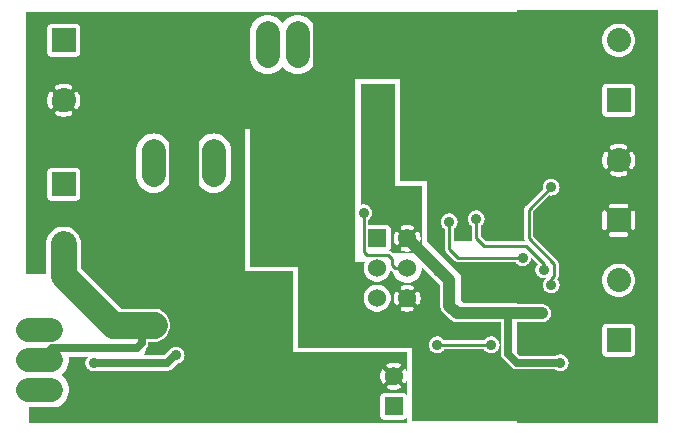
<source format=gbr>
G04 start of page 3 for group 1 idx 1 *
G04 Title: (unknown), solder *
G04 Creator: pcb 20110918 *
G04 CreationDate: Tue 27 May 2014 03:52:58 AM GMT UTC *
G04 For: ndholmes *
G04 Format: Gerber/RS-274X *
G04 PCB-Dimensions: 225000 140000 *
G04 PCB-Coordinate-Origin: lower left *
%MOIN*%
%FSLAX25Y25*%
%LNBOTTOM*%
%ADD47C,0.0380*%
%ADD46C,0.0480*%
%ADD45C,0.0450*%
%ADD44C,0.0200*%
%ADD43C,0.0360*%
%ADD42C,0.0600*%
%ADD41C,0.0800*%
%ADD40C,0.0787*%
%ADD39C,0.0400*%
%ADD38C,0.0850*%
%ADD37C,0.0900*%
%ADD36C,0.0100*%
%ADD35C,0.0250*%
%ADD34C,0.0001*%
G54D34*G36*
X103500Y113500D02*Y139000D01*
X113500D01*
Y113500D01*
X103500D01*
G37*
G36*
X98000Y100000D02*Y118147D01*
X98500Y118108D01*
X99432Y118181D01*
X100340Y118399D01*
X101204Y118757D01*
X102000Y119245D01*
X102711Y119852D01*
X103318Y120563D01*
X103500Y120860D01*
X103682Y120563D01*
X104289Y119852D01*
X105000Y119245D01*
X105796Y118757D01*
X106660Y118399D01*
X107568Y118181D01*
X108500Y118108D01*
X109432Y118181D01*
X110340Y118399D01*
X111204Y118757D01*
X112000Y119245D01*
X112711Y119852D01*
X113318Y120563D01*
X113806Y121359D01*
X114164Y122223D01*
X114382Y123131D01*
X114437Y124063D01*
Y131937D01*
X114382Y132869D01*
X114164Y133777D01*
X113806Y134641D01*
X113318Y135437D01*
X112711Y136148D01*
X112000Y136755D01*
X111204Y137243D01*
X110340Y137601D01*
X109432Y137819D01*
X108500Y137892D01*
X107568Y137819D01*
X106660Y137601D01*
X105796Y137243D01*
X105000Y136755D01*
X104289Y136148D01*
X103682Y135437D01*
X103500Y135140D01*
X103318Y135437D01*
X102711Y136148D01*
X102000Y136755D01*
X101204Y137243D01*
X100340Y137601D01*
X99432Y137819D01*
X98500Y137892D01*
X98000Y137853D01*
Y139000D01*
X117500D01*
Y100000D01*
X98000D01*
G37*
G36*
X106000Y113500D02*Y139000D01*
X116000D01*
Y113500D01*
X106000D01*
G37*
G36*
X119500Y115000D02*X131000D01*
Y68000D01*
X122000D01*
Y69635D01*
X122151Y69728D01*
X122486Y70014D01*
X122772Y70349D01*
X123003Y70725D01*
X123171Y71132D01*
X123274Y71561D01*
X123300Y72000D01*
X123274Y72439D01*
X123171Y72868D01*
X123003Y73275D01*
X122772Y73651D01*
X122486Y73986D01*
X122151Y74272D01*
X121775Y74503D01*
X121368Y74671D01*
X120939Y74774D01*
X120500Y74809D01*
X120061Y74774D01*
X119632Y74671D01*
X119500Y74616D01*
Y115000D01*
G37*
G36*
X138613Y81000D02*X140000D01*
Y58500D01*
X138613D01*
Y61353D01*
X138656Y61360D01*
X138768Y61397D01*
X138873Y61452D01*
X138968Y61522D01*
X139051Y61606D01*
X139119Y61702D01*
X139170Y61808D01*
X139318Y62216D01*
X139422Y62637D01*
X139484Y63067D01*
X139505Y63500D01*
X139484Y63933D01*
X139422Y64363D01*
X139318Y64784D01*
X139175Y65194D01*
X139122Y65300D01*
X139053Y65396D01*
X138970Y65481D01*
X138875Y65551D01*
X138769Y65606D01*
X138657Y65643D01*
X138613Y65651D01*
Y81000D01*
G37*
G36*
X135002D02*X138613D01*
Y65651D01*
X138540Y65663D01*
X138421Y65664D01*
X138304Y65646D01*
X138191Y65610D01*
X138085Y65557D01*
X137988Y65488D01*
X137904Y65405D01*
X137833Y65309D01*
X137779Y65204D01*
X137741Y65092D01*
X137722Y64975D01*
X137721Y64856D01*
X137739Y64739D01*
X137777Y64626D01*
X137876Y64355D01*
X137944Y64075D01*
X137986Y63789D01*
X138000Y63500D01*
X137986Y63211D01*
X137944Y62925D01*
X137876Y62645D01*
X137780Y62372D01*
X137742Y62261D01*
X137725Y62144D01*
X137725Y62026D01*
X137745Y61909D01*
X137782Y61797D01*
X137836Y61693D01*
X137906Y61598D01*
X137991Y61515D01*
X138087Y61446D01*
X138192Y61393D01*
X138305Y61357D01*
X138421Y61340D01*
X138539Y61341D01*
X138613Y61353D01*
Y58500D01*
X135002D01*
Y58995D01*
X135433Y59016D01*
X135863Y59078D01*
X136284Y59182D01*
X136694Y59325D01*
X136800Y59378D01*
X136896Y59447D01*
X136981Y59530D01*
X137051Y59625D01*
X137106Y59731D01*
X137143Y59843D01*
X137163Y59960D01*
X137164Y60079D01*
X137146Y60196D01*
X137110Y60309D01*
X137057Y60415D01*
X136988Y60512D01*
X136905Y60596D01*
X136809Y60667D01*
X136704Y60721D01*
X136592Y60759D01*
X136475Y60778D01*
X136356Y60779D01*
X136239Y60761D01*
X136126Y60723D01*
X135855Y60624D01*
X135575Y60556D01*
X135289Y60514D01*
X135002Y60500D01*
Y66500D01*
X135289Y66486D01*
X135575Y66444D01*
X135855Y66376D01*
X136128Y66280D01*
X136239Y66242D01*
X136356Y66225D01*
X136474Y66225D01*
X136591Y66245D01*
X136703Y66282D01*
X136807Y66336D01*
X136902Y66406D01*
X136985Y66491D01*
X137054Y66587D01*
X137107Y66692D01*
X137143Y66805D01*
X137160Y66921D01*
X137159Y67039D01*
X137140Y67156D01*
X137103Y67268D01*
X137048Y67373D01*
X136978Y67468D01*
X136894Y67551D01*
X136798Y67619D01*
X136692Y67670D01*
X136284Y67818D01*
X135863Y67922D01*
X135433Y67984D01*
X135002Y68005D01*
Y81000D01*
G37*
G36*
X131387D02*X135002D01*
Y68005D01*
X135000Y68005D01*
X134567Y67984D01*
X134137Y67922D01*
X133716Y67818D01*
X133306Y67675D01*
X133200Y67622D01*
X133104Y67553D01*
X133019Y67470D01*
X132949Y67375D01*
X132894Y67269D01*
X132857Y67157D01*
X132837Y67040D01*
X132836Y66921D01*
X132854Y66804D01*
X132890Y66691D01*
X132943Y66585D01*
X133012Y66488D01*
X133095Y66404D01*
X133191Y66333D01*
X133296Y66279D01*
X133408Y66241D01*
X133525Y66222D01*
X133644Y66221D01*
X133761Y66239D01*
X133874Y66277D01*
X134145Y66376D01*
X134425Y66444D01*
X134711Y66486D01*
X135000Y66500D01*
X135002Y66500D01*
Y60500D01*
X135000Y60500D01*
X134711Y60514D01*
X134425Y60556D01*
X134145Y60624D01*
X133872Y60720D01*
X133761Y60758D01*
X133644Y60775D01*
X133526Y60775D01*
X133409Y60755D01*
X133297Y60718D01*
X133193Y60664D01*
X133098Y60594D01*
X133015Y60509D01*
X132946Y60413D01*
X132893Y60308D01*
X132857Y60195D01*
X132840Y60079D01*
X132841Y59961D01*
X132860Y59844D01*
X132897Y59732D01*
X132952Y59627D01*
X133022Y59532D01*
X133106Y59449D01*
X133202Y59381D01*
X133308Y59330D01*
X133716Y59182D01*
X134137Y59078D01*
X134567Y59016D01*
X135000Y58995D01*
X135002Y58995D01*
Y58500D01*
X131387D01*
Y61349D01*
X131460Y61337D01*
X131579Y61336D01*
X131696Y61354D01*
X131809Y61390D01*
X131915Y61443D01*
X132012Y61512D01*
X132096Y61595D01*
X132167Y61691D01*
X132221Y61796D01*
X132259Y61908D01*
X132278Y62025D01*
X132279Y62144D01*
X132261Y62261D01*
X132223Y62374D01*
X132124Y62645D01*
X132056Y62925D01*
X132014Y63211D01*
X132000Y63500D01*
X132014Y63789D01*
X132056Y64075D01*
X132124Y64355D01*
X132220Y64628D01*
X132258Y64739D01*
X132275Y64856D01*
X132275Y64974D01*
X132255Y65091D01*
X132218Y65203D01*
X132164Y65307D01*
X132094Y65402D01*
X132009Y65485D01*
X131913Y65554D01*
X131808Y65607D01*
X131695Y65643D01*
X131579Y65660D01*
X131461Y65659D01*
X131387Y65647D01*
Y81000D01*
G37*
G36*
X119500D02*X131387D01*
Y65647D01*
X131344Y65640D01*
X131232Y65603D01*
X131127Y65548D01*
X131032Y65478D01*
X130949Y65394D01*
X130881Y65298D01*
X130830Y65192D01*
X130682Y64784D01*
X130578Y64363D01*
X130516Y63933D01*
X130495Y63500D01*
X130516Y63067D01*
X130578Y62637D01*
X130682Y62216D01*
X130825Y61806D01*
X130878Y61700D01*
X130947Y61604D01*
X131030Y61519D01*
X131125Y61449D01*
X131231Y61394D01*
X131343Y61357D01*
X131387Y61349D01*
Y58500D01*
X130121D01*
X129602Y59019D01*
X129564Y59064D01*
X129384Y59217D01*
X129183Y59341D01*
X129028Y59405D01*
X129064Y59436D01*
X129217Y59616D01*
X129341Y59817D01*
X129431Y60035D01*
X129486Y60265D01*
X129500Y60500D01*
X129486Y66735D01*
X129431Y66965D01*
X129341Y67183D01*
X129217Y67384D01*
X129064Y67564D01*
X128884Y67717D01*
X128683Y67841D01*
X128465Y67931D01*
X128235Y67986D01*
X128000Y68000D01*
X122000Y67987D01*
Y69635D01*
X122151Y69728D01*
X122486Y70014D01*
X122772Y70349D01*
X123003Y70725D01*
X123171Y71132D01*
X123274Y71561D01*
X123300Y72000D01*
X123274Y72439D01*
X123171Y72868D01*
X123003Y73275D01*
X122772Y73651D01*
X122486Y73986D01*
X122151Y74272D01*
X121775Y74503D01*
X121368Y74671D01*
X120939Y74774D01*
X120500Y74809D01*
X120061Y74774D01*
X119632Y74671D01*
X119500Y74616D01*
Y81000D01*
G37*
G36*
X115000Y139000D02*X181000D01*
Y116500D01*
X115000D01*
Y139000D01*
G37*
G36*
X132500Y128000D02*X181000D01*
Y82500D01*
X132500D01*
Y128000D01*
G37*
G36*
X218500Y2000D02*X210250D01*
Y24200D01*
X210384Y24283D01*
X210564Y24436D01*
X210717Y24616D01*
X210841Y24817D01*
X210931Y25035D01*
X210986Y25265D01*
X211000Y25500D01*
X210986Y33735D01*
X210931Y33965D01*
X210841Y34183D01*
X210717Y34384D01*
X210564Y34564D01*
X210384Y34717D01*
X210250Y34800D01*
Y46725D01*
X210416Y46995D01*
X210747Y47795D01*
X210949Y48637D01*
X211000Y49500D01*
X210949Y50363D01*
X210747Y51205D01*
X210416Y52005D01*
X210250Y52275D01*
Y66248D01*
X210368Y66257D01*
X210482Y66285D01*
X210592Y66330D01*
X210692Y66391D01*
X210782Y66468D01*
X210859Y66558D01*
X210920Y66658D01*
X210965Y66768D01*
X210993Y66882D01*
X211000Y67000D01*
Y72000D01*
X210993Y72118D01*
X210965Y72232D01*
X210920Y72342D01*
X210859Y72442D01*
X210782Y72532D01*
X210692Y72609D01*
X210592Y72670D01*
X210482Y72715D01*
X210368Y72743D01*
X210250Y72752D01*
Y86803D01*
X210269Y86819D01*
X210345Y86909D01*
X210405Y87011D01*
X210622Y87480D01*
X210789Y87969D01*
X210909Y88472D01*
X210982Y88984D01*
X211006Y89500D01*
X210982Y90016D01*
X210909Y90528D01*
X210789Y91031D01*
X210622Y91520D01*
X210410Y91992D01*
X210349Y92093D01*
X210272Y92184D01*
X210250Y92202D01*
Y104200D01*
X210384Y104283D01*
X210564Y104436D01*
X210717Y104616D01*
X210841Y104817D01*
X210931Y105035D01*
X210986Y105265D01*
X211000Y105500D01*
X210986Y113735D01*
X210931Y113965D01*
X210841Y114183D01*
X210717Y114384D01*
X210564Y114564D01*
X210384Y114717D01*
X210250Y114800D01*
Y126725D01*
X210416Y126995D01*
X210747Y127795D01*
X210949Y128637D01*
X211000Y129500D01*
X210949Y130363D01*
X210747Y131205D01*
X210416Y132005D01*
X210250Y132275D01*
Y139500D01*
X218500D01*
Y2000D01*
G37*
G36*
X210250Y132275D02*X209963Y132743D01*
X209401Y133401D01*
X208743Y133963D01*
X208005Y134416D01*
X207205Y134747D01*
X206363Y134949D01*
X205500Y135017D01*
Y139500D01*
X210250D01*
Y132275D01*
G37*
G36*
Y114800D02*X210183Y114841D01*
X209965Y114931D01*
X209735Y114986D01*
X209500Y115000D01*
X205500Y114993D01*
Y123983D01*
X206363Y124051D01*
X207205Y124253D01*
X208005Y124584D01*
X208743Y125037D01*
X209401Y125599D01*
X209963Y126257D01*
X210250Y126725D01*
Y114800D01*
G37*
G36*
Y52275D02*X209963Y52743D01*
X209401Y53401D01*
X208743Y53963D01*
X208005Y54416D01*
X207205Y54747D01*
X206363Y54949D01*
X205500Y55017D01*
Y64000D01*
X208000D01*
X208118Y64007D01*
X208232Y64035D01*
X208342Y64080D01*
X208442Y64141D01*
X208532Y64218D01*
X208609Y64308D01*
X208670Y64408D01*
X208715Y64518D01*
X208743Y64632D01*
X208752Y64750D01*
X208743Y64868D01*
X208715Y64982D01*
X208670Y65092D01*
X208609Y65192D01*
X208532Y65282D01*
X208442Y65359D01*
X208342Y65420D01*
X208232Y65465D01*
X208118Y65493D01*
X208000Y65500D01*
X205500D01*
Y73500D01*
X208000D01*
X208118Y73507D01*
X208232Y73535D01*
X208342Y73580D01*
X208442Y73641D01*
X208532Y73718D01*
X208609Y73808D01*
X208670Y73908D01*
X208715Y74018D01*
X208743Y74132D01*
X208752Y74250D01*
X208743Y74368D01*
X208715Y74482D01*
X208670Y74592D01*
X208609Y74692D01*
X208532Y74782D01*
X208442Y74859D01*
X208342Y74920D01*
X208232Y74965D01*
X208118Y74993D01*
X208000Y75000D01*
X205500D01*
Y83994D01*
X206016Y84018D01*
X206528Y84091D01*
X207031Y84211D01*
X207520Y84378D01*
X207992Y84590D01*
X208093Y84651D01*
X208184Y84728D01*
X208261Y84818D01*
X208323Y84920D01*
X208369Y85029D01*
X208397Y85145D01*
X208406Y85263D01*
X208397Y85381D01*
X208370Y85497D01*
X208324Y85607D01*
X208262Y85708D01*
X208186Y85798D01*
X208095Y85876D01*
X207994Y85938D01*
X207885Y85984D01*
X207769Y86011D01*
X207651Y86021D01*
X207532Y86012D01*
X207417Y85984D01*
X207308Y85937D01*
X206968Y85779D01*
X206612Y85658D01*
X206247Y85570D01*
X205875Y85518D01*
X205500Y85500D01*
Y93500D01*
X205875Y93482D01*
X206247Y93430D01*
X206612Y93342D01*
X206968Y93221D01*
X207310Y93067D01*
X207418Y93020D01*
X207533Y92993D01*
X207651Y92983D01*
X207768Y92993D01*
X207883Y93021D01*
X207992Y93066D01*
X208093Y93128D01*
X208182Y93205D01*
X208259Y93295D01*
X208320Y93395D01*
X208365Y93504D01*
X208393Y93619D01*
X208402Y93737D01*
X208392Y93855D01*
X208365Y93969D01*
X208319Y94078D01*
X208257Y94179D01*
X208181Y94269D01*
X208091Y94345D01*
X207989Y94405D01*
X207520Y94622D01*
X207031Y94789D01*
X206528Y94909D01*
X206016Y94982D01*
X205500Y95006D01*
Y104007D01*
X209735Y104014D01*
X209965Y104069D01*
X210183Y104159D01*
X210250Y104200D01*
Y92202D01*
X210182Y92261D01*
X210080Y92323D01*
X209971Y92369D01*
X209855Y92397D01*
X209737Y92406D01*
X209619Y92397D01*
X209503Y92370D01*
X209393Y92324D01*
X209292Y92262D01*
X209202Y92186D01*
X209124Y92095D01*
X209062Y91994D01*
X209016Y91885D01*
X208989Y91769D01*
X208979Y91651D01*
X208988Y91532D01*
X209016Y91417D01*
X209063Y91308D01*
X209221Y90968D01*
X209342Y90612D01*
X209430Y90247D01*
X209482Y89875D01*
X209500Y89500D01*
X209482Y89125D01*
X209430Y88753D01*
X209342Y88388D01*
X209221Y88032D01*
X209067Y87690D01*
X209020Y87582D01*
X208993Y87467D01*
X208983Y87349D01*
X208993Y87232D01*
X209021Y87117D01*
X209066Y87008D01*
X209128Y86907D01*
X209205Y86818D01*
X209295Y86741D01*
X209395Y86680D01*
X209504Y86635D01*
X209619Y86607D01*
X209737Y86598D01*
X209855Y86608D01*
X209969Y86635D01*
X210078Y86681D01*
X210179Y86743D01*
X210250Y86803D01*
Y72752D01*
X210132Y72743D01*
X210018Y72715D01*
X209908Y72670D01*
X209808Y72609D01*
X209718Y72532D01*
X209641Y72442D01*
X209580Y72342D01*
X209535Y72232D01*
X209507Y72118D01*
X209500Y72000D01*
Y67000D01*
X209507Y66882D01*
X209535Y66768D01*
X209580Y66658D01*
X209641Y66558D01*
X209718Y66468D01*
X209808Y66391D01*
X209908Y66330D01*
X210018Y66285D01*
X210132Y66257D01*
X210250Y66248D01*
Y52275D01*
G37*
G36*
Y34800D02*X210183Y34841D01*
X209965Y34931D01*
X209735Y34986D01*
X209500Y35000D01*
X205500Y34993D01*
Y43983D01*
X206363Y44051D01*
X207205Y44253D01*
X208005Y44584D01*
X208743Y45037D01*
X209401Y45599D01*
X209963Y46257D01*
X210250Y46725D01*
Y34800D01*
G37*
G36*
Y2000D02*X205500D01*
Y24007D01*
X209735Y24014D01*
X209965Y24069D01*
X210183Y24159D01*
X210250Y24200D01*
Y2000D01*
G37*
G36*
X200750Y46725D02*X201037Y46257D01*
X201599Y45599D01*
X202257Y45037D01*
X202995Y44584D01*
X203795Y44253D01*
X204637Y44051D01*
X205500Y43983D01*
Y34993D01*
X201265Y34986D01*
X201035Y34931D01*
X200817Y34841D01*
X200750Y34800D01*
Y46725D01*
G37*
G36*
Y104200D02*X200817Y104159D01*
X201035Y104069D01*
X201265Y104014D01*
X201500Y104000D01*
X205500Y104007D01*
Y95006D01*
X204984Y94982D01*
X204472Y94909D01*
X203969Y94789D01*
X203480Y94622D01*
X203008Y94410D01*
X202907Y94349D01*
X202816Y94272D01*
X202739Y94182D01*
X202677Y94080D01*
X202631Y93971D01*
X202603Y93855D01*
X202594Y93737D01*
X202603Y93619D01*
X202630Y93503D01*
X202676Y93393D01*
X202738Y93292D01*
X202814Y93202D01*
X202905Y93124D01*
X203006Y93062D01*
X203115Y93016D01*
X203231Y92989D01*
X203349Y92979D01*
X203468Y92988D01*
X203583Y93016D01*
X203692Y93063D01*
X204032Y93221D01*
X204388Y93342D01*
X204753Y93430D01*
X205125Y93482D01*
X205500Y93500D01*
Y85500D01*
X205125Y85518D01*
X204753Y85570D01*
X204388Y85658D01*
X204032Y85779D01*
X203690Y85933D01*
X203582Y85980D01*
X203467Y86007D01*
X203349Y86017D01*
X203232Y86007D01*
X203117Y85979D01*
X203008Y85934D01*
X202907Y85872D01*
X202818Y85795D01*
X202741Y85705D01*
X202680Y85605D01*
X202635Y85496D01*
X202607Y85381D01*
X202598Y85263D01*
X202608Y85145D01*
X202635Y85031D01*
X202681Y84922D01*
X202743Y84821D01*
X202819Y84731D01*
X202909Y84655D01*
X203011Y84595D01*
X203480Y84378D01*
X203969Y84211D01*
X204472Y84091D01*
X204984Y84018D01*
X205500Y83994D01*
Y75000D01*
X203000D01*
X202882Y74993D01*
X202768Y74965D01*
X202658Y74920D01*
X202558Y74859D01*
X202468Y74782D01*
X202391Y74692D01*
X202330Y74592D01*
X202285Y74482D01*
X202257Y74368D01*
X202248Y74250D01*
X202257Y74132D01*
X202285Y74018D01*
X202330Y73908D01*
X202391Y73808D01*
X202468Y73718D01*
X202558Y73641D01*
X202658Y73580D01*
X202768Y73535D01*
X202882Y73507D01*
X203000Y73500D01*
X205500D01*
Y65500D01*
X203000D01*
X202882Y65493D01*
X202768Y65465D01*
X202658Y65420D01*
X202558Y65359D01*
X202468Y65282D01*
X202391Y65192D01*
X202330Y65092D01*
X202285Y64982D01*
X202257Y64868D01*
X202248Y64750D01*
X202257Y64632D01*
X202285Y64518D01*
X202330Y64408D01*
X202391Y64308D01*
X202468Y64218D01*
X202558Y64141D01*
X202658Y64080D01*
X202768Y64035D01*
X202882Y64007D01*
X203000Y64000D01*
X205500D01*
Y55017D01*
X204637Y54949D01*
X203795Y54747D01*
X202995Y54416D01*
X202257Y53963D01*
X201599Y53401D01*
X201037Y52743D01*
X200750Y52275D01*
Y66248D01*
X200868Y66257D01*
X200982Y66285D01*
X201092Y66330D01*
X201192Y66391D01*
X201282Y66468D01*
X201359Y66558D01*
X201420Y66658D01*
X201465Y66768D01*
X201493Y66882D01*
X201500Y67000D01*
Y72000D01*
X201493Y72118D01*
X201465Y72232D01*
X201420Y72342D01*
X201359Y72442D01*
X201282Y72532D01*
X201192Y72609D01*
X201092Y72670D01*
X200982Y72715D01*
X200868Y72743D01*
X200750Y72752D01*
Y86798D01*
X200818Y86739D01*
X200920Y86677D01*
X201029Y86631D01*
X201145Y86603D01*
X201263Y86594D01*
X201381Y86603D01*
X201497Y86630D01*
X201607Y86676D01*
X201708Y86738D01*
X201798Y86814D01*
X201876Y86905D01*
X201938Y87006D01*
X201984Y87115D01*
X202011Y87231D01*
X202021Y87349D01*
X202012Y87468D01*
X201984Y87583D01*
X201937Y87692D01*
X201779Y88032D01*
X201658Y88388D01*
X201570Y88753D01*
X201518Y89125D01*
X201500Y89500D01*
X201518Y89875D01*
X201570Y90247D01*
X201658Y90612D01*
X201779Y90968D01*
X201933Y91310D01*
X201980Y91418D01*
X202007Y91533D01*
X202017Y91651D01*
X202007Y91768D01*
X201979Y91883D01*
X201934Y91992D01*
X201872Y92093D01*
X201795Y92182D01*
X201705Y92259D01*
X201605Y92320D01*
X201496Y92365D01*
X201381Y92393D01*
X201263Y92402D01*
X201145Y92392D01*
X201031Y92365D01*
X200922Y92319D01*
X200821Y92257D01*
X200750Y92197D01*
Y104200D01*
G37*
G36*
Y126725D02*X201037Y126257D01*
X201599Y125599D01*
X202257Y125037D01*
X202995Y124584D01*
X203795Y124253D01*
X204637Y124051D01*
X205500Y123983D01*
Y114993D01*
X201265Y114986D01*
X201035Y114931D01*
X200817Y114841D01*
X200750Y114800D01*
Y126725D01*
G37*
G36*
Y139500D02*X205500D01*
Y135017D01*
X204637Y134949D01*
X203795Y134747D01*
X202995Y134416D01*
X202257Y133963D01*
X201599Y133401D01*
X201037Y132743D01*
X200750Y132275D01*
Y139500D01*
G37*
G36*
X205500Y2000D02*X200750D01*
Y24200D01*
X200817Y24159D01*
X201035Y24069D01*
X201265Y24014D01*
X201500Y24000D01*
X205500Y24007D01*
Y2000D01*
G37*
G36*
X200750D02*X171500D01*
Y19743D01*
X171500D01*
X171588Y19750D01*
X184323D01*
X184349Y19728D01*
X184725Y19497D01*
X185132Y19329D01*
X185561Y19226D01*
X186000Y19191D01*
X186439Y19226D01*
X186868Y19329D01*
X187275Y19497D01*
X187651Y19728D01*
X187986Y20014D01*
X188272Y20349D01*
X188503Y20725D01*
X188671Y21132D01*
X188774Y21561D01*
X188800Y22000D01*
X188774Y22439D01*
X188671Y22868D01*
X188503Y23275D01*
X188272Y23651D01*
X187986Y23986D01*
X187651Y24272D01*
X187275Y24503D01*
X186868Y24671D01*
X186439Y24774D01*
X186000Y24809D01*
X185561Y24774D01*
X185132Y24671D01*
X184725Y24503D01*
X184349Y24272D01*
X184323Y24250D01*
X172432D01*
X171500Y25182D01*
Y35500D01*
X180000D01*
X180471Y35528D01*
X180930Y35638D01*
X181366Y35819D01*
X181769Y36065D01*
X182128Y36372D01*
X182435Y36731D01*
X182681Y37134D01*
X182862Y37570D01*
X182972Y38029D01*
X183009Y38500D01*
X182972Y38971D01*
X182862Y39430D01*
X182681Y39866D01*
X182435Y40269D01*
X182128Y40628D01*
X181769Y40935D01*
X181366Y41181D01*
X180930Y41362D01*
X180471Y41472D01*
X180000Y41500D01*
X171500D01*
Y55030D01*
X171514Y55014D01*
X171849Y54728D01*
X172225Y54497D01*
X172632Y54329D01*
X173061Y54226D01*
X173500Y54191D01*
X173939Y54226D01*
X174368Y54329D01*
X174775Y54497D01*
X175151Y54728D01*
X175486Y55014D01*
X175772Y55349D01*
X176003Y55725D01*
X176171Y56132D01*
X176274Y56561D01*
X176300Y57000D01*
X176295Y57084D01*
X178458Y54921D01*
X178228Y54651D01*
X177997Y54275D01*
X177829Y53868D01*
X177726Y53439D01*
X177691Y53000D01*
X177726Y52561D01*
X177829Y52132D01*
X177997Y51725D01*
X178228Y51349D01*
X178514Y51014D01*
X178849Y50728D01*
X179225Y50497D01*
X179632Y50329D01*
X180061Y50226D01*
X180500Y50191D01*
X180939Y50226D01*
X181368Y50329D01*
X181555Y50406D01*
X181553Y50397D01*
X181349Y50272D01*
X181014Y49986D01*
X180728Y49651D01*
X180497Y49275D01*
X180329Y48868D01*
X180226Y48439D01*
X180191Y48000D01*
X180226Y47561D01*
X180329Y47132D01*
X180497Y46725D01*
X180728Y46349D01*
X181014Y46014D01*
X181349Y45728D01*
X181725Y45497D01*
X182132Y45329D01*
X182561Y45226D01*
X183000Y45191D01*
X183439Y45226D01*
X183868Y45329D01*
X184275Y45497D01*
X184651Y45728D01*
X184986Y46014D01*
X185272Y46349D01*
X185503Y46725D01*
X185671Y47132D01*
X185774Y47561D01*
X185800Y48000D01*
X185774Y48439D01*
X185671Y48868D01*
X185503Y49275D01*
X185272Y49651D01*
X185044Y49919D01*
X185064Y49936D01*
X185217Y50115D01*
X185217Y50116D01*
X185341Y50317D01*
X185431Y50535D01*
X185486Y50765D01*
X185505Y51000D01*
X185500Y51059D01*
Y54941D01*
X185505Y55000D01*
X185486Y55235D01*
X185431Y55465D01*
X185341Y55683D01*
X185217Y55884D01*
X185064Y56064D01*
X185019Y56102D01*
X177000Y64121D01*
Y72379D01*
X182389Y77767D01*
X182561Y77726D01*
X183000Y77691D01*
X183439Y77726D01*
X183868Y77829D01*
X184275Y77997D01*
X184651Y78228D01*
X184986Y78514D01*
X185272Y78849D01*
X185503Y79225D01*
X185671Y79632D01*
X185774Y80061D01*
X185800Y80500D01*
X185774Y80939D01*
X185671Y81368D01*
X185503Y81775D01*
X185272Y82151D01*
X184986Y82486D01*
X184651Y82772D01*
X184275Y83003D01*
X183868Y83171D01*
X183439Y83274D01*
X183000Y83309D01*
X182561Y83274D01*
X182132Y83171D01*
X181725Y83003D01*
X181349Y82772D01*
X181014Y82486D01*
X180728Y82151D01*
X180497Y81775D01*
X180329Y81368D01*
X180226Y80939D01*
X180191Y80500D01*
X180226Y80061D01*
X180267Y79889D01*
X174481Y74102D01*
X174436Y74064D01*
X174283Y73884D01*
X174159Y73683D01*
X174069Y73465D01*
X174014Y73235D01*
X174014Y73235D01*
X173995Y73000D01*
X174000Y72941D01*
Y63559D01*
X173995Y63500D01*
X174014Y63265D01*
X174069Y63035D01*
X174159Y62817D01*
X174283Y62616D01*
X174381Y62500D01*
X171500D01*
Y139500D01*
X200750D01*
Y132275D01*
X200584Y132005D01*
X200253Y131205D01*
X200051Y130363D01*
X199983Y129500D01*
X200051Y128637D01*
X200253Y127795D01*
X200584Y126995D01*
X200750Y126725D01*
Y114800D01*
X200616Y114717D01*
X200436Y114564D01*
X200283Y114384D01*
X200159Y114183D01*
X200069Y113965D01*
X200014Y113735D01*
X200000Y113500D01*
X200014Y105265D01*
X200069Y105035D01*
X200159Y104817D01*
X200283Y104616D01*
X200436Y104436D01*
X200616Y104283D01*
X200750Y104200D01*
Y92197D01*
X200731Y92181D01*
X200655Y92091D01*
X200595Y91989D01*
X200378Y91520D01*
X200211Y91031D01*
X200091Y90528D01*
X200018Y90016D01*
X199994Y89500D01*
X200018Y88984D01*
X200091Y88472D01*
X200211Y87969D01*
X200378Y87480D01*
X200590Y87008D01*
X200651Y86907D01*
X200728Y86816D01*
X200750Y86798D01*
Y72752D01*
X200632Y72743D01*
X200518Y72715D01*
X200408Y72670D01*
X200308Y72609D01*
X200218Y72532D01*
X200141Y72442D01*
X200080Y72342D01*
X200035Y72232D01*
X200007Y72118D01*
X200000Y72000D01*
Y67000D01*
X200007Y66882D01*
X200035Y66768D01*
X200080Y66658D01*
X200141Y66558D01*
X200218Y66468D01*
X200308Y66391D01*
X200408Y66330D01*
X200518Y66285D01*
X200632Y66257D01*
X200750Y66248D01*
Y52275D01*
X200584Y52005D01*
X200253Y51205D01*
X200051Y50363D01*
X199983Y49500D01*
X200051Y48637D01*
X200253Y47795D01*
X200584Y46995D01*
X200750Y46725D01*
Y34800D01*
X200616Y34717D01*
X200436Y34564D01*
X200283Y34384D01*
X200159Y34183D01*
X200069Y33965D01*
X200014Y33735D01*
X200000Y33500D01*
X200014Y25265D01*
X200069Y25035D01*
X200159Y24817D01*
X200283Y24616D01*
X200436Y24436D01*
X200616Y24283D01*
X200750Y24200D01*
Y2000D01*
G37*
G36*
X141500Y84000D02*X178500D01*
Y78121D01*
X174481Y74102D01*
X174436Y74064D01*
X174283Y73884D01*
X174159Y73683D01*
X174069Y73465D01*
X174014Y73235D01*
X174014Y73235D01*
X173995Y73000D01*
X174000Y72941D01*
Y63559D01*
X173995Y63500D01*
X174014Y63265D01*
X174069Y63035D01*
X174159Y62817D01*
X174283Y62616D01*
X174381Y62500D01*
X161121D01*
X159500Y64121D01*
Y67635D01*
X159651Y67728D01*
X159986Y68014D01*
X160272Y68349D01*
X160503Y68725D01*
X160671Y69132D01*
X160774Y69561D01*
X160800Y70000D01*
X160774Y70439D01*
X160671Y70868D01*
X160503Y71275D01*
X160272Y71651D01*
X159986Y71986D01*
X159651Y72272D01*
X159275Y72503D01*
X158868Y72671D01*
X158439Y72774D01*
X158000Y72809D01*
X157561Y72774D01*
X157132Y72671D01*
X156725Y72503D01*
X156349Y72272D01*
X156014Y71986D01*
X155728Y71651D01*
X155497Y71275D01*
X155329Y70868D01*
X155226Y70439D01*
X155191Y70000D01*
X155226Y69561D01*
X155329Y69132D01*
X155497Y68725D01*
X155728Y68349D01*
X156014Y68014D01*
X156349Y67728D01*
X156500Y67635D01*
Y63559D01*
X156495Y63500D01*
X156514Y63265D01*
X156569Y63035D01*
X156659Y62817D01*
X156783Y62616D01*
X156783Y62615D01*
X156881Y62500D01*
X150500D01*
Y66635D01*
X150651Y66728D01*
X150986Y67014D01*
X151272Y67349D01*
X151503Y67725D01*
X151671Y68132D01*
X151774Y68561D01*
X151800Y69000D01*
X151774Y69439D01*
X151671Y69868D01*
X151503Y70275D01*
X151272Y70651D01*
X150986Y70986D01*
X150651Y71272D01*
X150275Y71503D01*
X149868Y71671D01*
X149439Y71774D01*
X149000Y71809D01*
X148561Y71774D01*
X148132Y71671D01*
X147725Y71503D01*
X147349Y71272D01*
X147014Y70986D01*
X146728Y70651D01*
X146497Y70275D01*
X146329Y69868D01*
X146226Y69439D01*
X146191Y69000D01*
X146226Y68561D01*
X146329Y68132D01*
X146497Y67725D01*
X146728Y67349D01*
X147014Y67014D01*
X147349Y66728D01*
X147500Y66635D01*
Y62500D01*
X141500D01*
Y84000D01*
G37*
G36*
Y64500D02*X147500D01*
Y60059D01*
X147495Y60000D01*
X147514Y59765D01*
X147569Y59535D01*
X147659Y59317D01*
X147783Y59116D01*
X147783Y59115D01*
X147936Y58936D01*
X147981Y58898D01*
X150898Y55981D01*
X150936Y55936D01*
X151116Y55783D01*
X151317Y55659D01*
X151535Y55569D01*
X151765Y55514D01*
X152000Y55495D01*
X152059Y55500D01*
X171135D01*
X171228Y55349D01*
X171514Y55014D01*
X171849Y54728D01*
X172225Y54497D01*
X172500Y54384D01*
Y42000D01*
X154000D01*
X153000Y43000D01*
Y51000D01*
X141500Y62500D01*
Y64500D01*
G37*
G36*
X130500Y25500D02*X134000D01*
Y19939D01*
X133085Y19024D01*
X133181Y18866D01*
X133362Y18430D01*
X133472Y17971D01*
X133500Y17500D01*
X133472Y17029D01*
X133362Y16570D01*
X133181Y16134D01*
X133085Y15976D01*
X134000Y15061D01*
Y11916D01*
X133965Y11931D01*
X133735Y11986D01*
X133500Y12000D01*
X130500Y11993D01*
Y12986D01*
X131206Y13042D01*
X131895Y13207D01*
X132549Y13478D01*
X133115Y13825D01*
X132024Y14915D01*
X131866Y14819D01*
X131430Y14638D01*
X130971Y14528D01*
X130500Y14491D01*
Y20509D01*
X130971Y20472D01*
X131430Y20362D01*
X131866Y20181D01*
X132024Y20085D01*
X133115Y21175D01*
X132549Y21522D01*
X131895Y21793D01*
X131206Y21958D01*
X130500Y22014D01*
Y25500D01*
G37*
G36*
X126951D02*X130500D01*
Y22014D01*
X129794Y21958D01*
X129105Y21793D01*
X128451Y21522D01*
X127885Y21175D01*
X128976Y20085D01*
X129134Y20181D01*
X129570Y20362D01*
X130029Y20472D01*
X130500Y20509D01*
Y14491D01*
X130029Y14528D01*
X129570Y14638D01*
X129134Y14819D01*
X128976Y14915D01*
X127885Y13825D01*
X128451Y13478D01*
X129105Y13207D01*
X129794Y13042D01*
X130500Y12986D01*
Y11993D01*
X127265Y11986D01*
X127035Y11931D01*
X126951Y11896D01*
Y15011D01*
X127915Y15976D01*
X127819Y16134D01*
X127638Y16570D01*
X127528Y17029D01*
X127491Y17500D01*
X127528Y17971D01*
X127638Y18430D01*
X127819Y18866D01*
X127915Y19024D01*
X126951Y19989D01*
Y25500D01*
G37*
G36*
X134000Y2500D02*X126951D01*
Y3104D01*
X127035Y3069D01*
X127265Y3014D01*
X127500Y3000D01*
X133735Y3014D01*
X133965Y3069D01*
X134000Y3084D01*
Y2500D01*
G37*
G36*
X126951D02*X116500D01*
Y25500D01*
X126951D01*
Y19989D01*
X126825Y20115D01*
X126478Y19549D01*
X126207Y18895D01*
X126042Y18206D01*
X125986Y17500D01*
X126042Y16794D01*
X126207Y16105D01*
X126478Y15451D01*
X126825Y14885D01*
X126951Y15011D01*
Y11896D01*
X126817Y11841D01*
X126616Y11717D01*
X126436Y11564D01*
X126283Y11384D01*
X126159Y11183D01*
X126069Y10965D01*
X126014Y10735D01*
X126000Y10500D01*
X126014Y4265D01*
X126069Y4035D01*
X126159Y3817D01*
X126283Y3616D01*
X126436Y3436D01*
X126616Y3283D01*
X126817Y3159D01*
X126951Y3104D01*
Y2500D01*
G37*
G36*
X136500Y24000D02*X166479D01*
X166489Y23975D01*
X166674Y23673D01*
X166674Y23673D01*
X166904Y23404D01*
X166971Y23347D01*
X169847Y20471D01*
X169904Y20404D01*
X170173Y20174D01*
X170173Y20174D01*
X170475Y19989D01*
X170803Y19854D01*
X171147Y19771D01*
X171500Y19743D01*
X171588Y19750D01*
X184323D01*
X184349Y19728D01*
X184725Y19497D01*
X185132Y19329D01*
X185561Y19226D01*
X186000Y19191D01*
X186439Y19226D01*
X186868Y19329D01*
X187275Y19497D01*
X187651Y19728D01*
X187986Y20014D01*
X188272Y20349D01*
X188503Y20725D01*
X188671Y21132D01*
X188774Y21561D01*
X188800Y22000D01*
X188774Y22439D01*
X188671Y22868D01*
X188503Y23275D01*
X188272Y23651D01*
X187986Y23986D01*
X187970Y24000D01*
X197000D01*
Y2500D01*
X136500D01*
Y24000D01*
G37*
G36*
X147365Y26500D02*X160635D01*
X160728Y26349D01*
X161014Y26014D01*
X161349Y25728D01*
X161725Y25497D01*
X162132Y25329D01*
X162561Y25226D01*
X163000Y25191D01*
X163439Y25226D01*
X163868Y25329D01*
X164275Y25497D01*
X164651Y25728D01*
X164986Y26014D01*
X165272Y26349D01*
X165503Y26725D01*
X165671Y27132D01*
X165774Y27561D01*
X165800Y28000D01*
X165774Y28439D01*
X165671Y28868D01*
X165503Y29275D01*
X165272Y29651D01*
X164986Y29986D01*
X164970Y30000D01*
X166250D01*
Y25088D01*
X166243Y25000D01*
X166271Y24647D01*
X166354Y24303D01*
X166489Y23975D01*
X166500Y23958D01*
Y18500D01*
X136500D01*
Y30000D01*
X143030D01*
X143014Y29986D01*
X142728Y29651D01*
X142497Y29275D01*
X142329Y28868D01*
X142226Y28439D01*
X142191Y28000D01*
X142226Y27561D01*
X142329Y27132D01*
X142497Y26725D01*
X142728Y26349D01*
X143014Y26014D01*
X143349Y25728D01*
X143725Y25497D01*
X144132Y25329D01*
X144561Y25226D01*
X145000Y25191D01*
X145439Y25226D01*
X145868Y25329D01*
X146275Y25497D01*
X146651Y25728D01*
X146986Y26014D01*
X147272Y26349D01*
X147365Y26500D01*
G37*
G36*
X138613Y50186D02*X138976Y50611D01*
X139379Y51269D01*
X139675Y51981D01*
X139855Y52731D01*
X139900Y53500D01*
X139859Y54199D01*
X139961Y53952D01*
X140241Y53495D01*
X140596Y53096D01*
X146000Y47692D01*
Y41118D01*
X145991Y41000D01*
X146028Y40529D01*
X146138Y40070D01*
X146319Y39634D01*
X146565Y39231D01*
X146566Y39231D01*
X146872Y38872D01*
X146962Y38796D01*
X149296Y36462D01*
X149372Y36372D01*
X149731Y36066D01*
X149731Y36065D01*
X150000Y35901D01*
Y34000D01*
X138613D01*
Y41353D01*
X138656Y41360D01*
X138768Y41397D01*
X138873Y41452D01*
X138968Y41522D01*
X139051Y41606D01*
X139119Y41702D01*
X139170Y41808D01*
X139318Y42216D01*
X139422Y42637D01*
X139484Y43067D01*
X139505Y43500D01*
X139484Y43933D01*
X139422Y44363D01*
X139318Y44784D01*
X139175Y45194D01*
X139122Y45300D01*
X139053Y45396D01*
X138970Y45481D01*
X138875Y45551D01*
X138769Y45606D01*
X138657Y45643D01*
X138613Y45651D01*
Y50186D01*
G37*
G36*
X135002Y48585D02*X135769Y48645D01*
X136519Y48825D01*
X137231Y49121D01*
X137889Y49524D01*
X138476Y50024D01*
X138613Y50186D01*
Y45651D01*
X138540Y45663D01*
X138421Y45664D01*
X138304Y45646D01*
X138191Y45610D01*
X138085Y45557D01*
X137988Y45488D01*
X137904Y45405D01*
X137833Y45309D01*
X137779Y45204D01*
X137741Y45092D01*
X137722Y44975D01*
X137721Y44856D01*
X137739Y44739D01*
X137777Y44626D01*
X137876Y44355D01*
X137944Y44075D01*
X137986Y43789D01*
X138000Y43500D01*
X137986Y43211D01*
X137944Y42925D01*
X137876Y42645D01*
X137780Y42372D01*
X137742Y42261D01*
X137725Y42144D01*
X137725Y42026D01*
X137745Y41909D01*
X137782Y41797D01*
X137836Y41693D01*
X137906Y41598D01*
X137991Y41515D01*
X138087Y41446D01*
X138192Y41393D01*
X138305Y41357D01*
X138421Y41340D01*
X138539Y41341D01*
X138613Y41353D01*
Y34000D01*
X135002D01*
Y38995D01*
X135433Y39016D01*
X135863Y39078D01*
X136284Y39182D01*
X136694Y39325D01*
X136800Y39378D01*
X136896Y39447D01*
X136981Y39530D01*
X137051Y39625D01*
X137106Y39731D01*
X137143Y39843D01*
X137163Y39960D01*
X137164Y40079D01*
X137146Y40196D01*
X137110Y40309D01*
X137057Y40415D01*
X136988Y40512D01*
X136905Y40596D01*
X136809Y40667D01*
X136704Y40721D01*
X136592Y40759D01*
X136475Y40778D01*
X136356Y40779D01*
X136239Y40761D01*
X136126Y40723D01*
X135855Y40624D01*
X135575Y40556D01*
X135289Y40514D01*
X135002Y40500D01*
Y46500D01*
X135289Y46486D01*
X135575Y46444D01*
X135855Y46376D01*
X136128Y46280D01*
X136239Y46242D01*
X136356Y46225D01*
X136474Y46225D01*
X136591Y46245D01*
X136703Y46282D01*
X136807Y46336D01*
X136902Y46406D01*
X136985Y46491D01*
X137054Y46587D01*
X137107Y46692D01*
X137143Y46805D01*
X137160Y46921D01*
X137159Y47039D01*
X137140Y47156D01*
X137103Y47268D01*
X137048Y47373D01*
X136978Y47468D01*
X136894Y47551D01*
X136798Y47619D01*
X136692Y47670D01*
X136284Y47818D01*
X135863Y47922D01*
X135433Y47984D01*
X135002Y48005D01*
Y48585D01*
G37*
G36*
X131387Y50186D02*X131524Y50024D01*
X132111Y49524D01*
X132769Y49121D01*
X133481Y48825D01*
X134231Y48645D01*
X135000Y48585D01*
X135002Y48585D01*
Y48005D01*
X135000Y48005D01*
X134567Y47984D01*
X134137Y47922D01*
X133716Y47818D01*
X133306Y47675D01*
X133200Y47622D01*
X133104Y47553D01*
X133019Y47470D01*
X132949Y47375D01*
X132894Y47269D01*
X132857Y47157D01*
X132837Y47040D01*
X132836Y46921D01*
X132854Y46804D01*
X132890Y46691D01*
X132943Y46585D01*
X133012Y46488D01*
X133095Y46404D01*
X133191Y46333D01*
X133296Y46279D01*
X133408Y46241D01*
X133525Y46222D01*
X133644Y46221D01*
X133761Y46239D01*
X133874Y46277D01*
X134145Y46376D01*
X134425Y46444D01*
X134711Y46486D01*
X135000Y46500D01*
X135002Y46500D01*
Y40500D01*
X135000Y40500D01*
X134711Y40514D01*
X134425Y40556D01*
X134145Y40624D01*
X133872Y40720D01*
X133761Y40758D01*
X133644Y40775D01*
X133526Y40775D01*
X133409Y40755D01*
X133297Y40718D01*
X133193Y40664D01*
X133098Y40594D01*
X133015Y40509D01*
X132946Y40413D01*
X132893Y40308D01*
X132857Y40195D01*
X132840Y40079D01*
X132841Y39961D01*
X132860Y39844D01*
X132897Y39732D01*
X132952Y39627D01*
X133022Y39532D01*
X133106Y39449D01*
X133202Y39381D01*
X133308Y39330D01*
X133716Y39182D01*
X134137Y39078D01*
X134567Y39016D01*
X135000Y38995D01*
X135002Y38995D01*
Y34000D01*
X131387D01*
Y41349D01*
X131460Y41337D01*
X131579Y41336D01*
X131696Y41354D01*
X131809Y41390D01*
X131915Y41443D01*
X132012Y41512D01*
X132096Y41595D01*
X132167Y41691D01*
X132221Y41796D01*
X132259Y41908D01*
X132278Y42025D01*
X132279Y42144D01*
X132261Y42261D01*
X132223Y42374D01*
X132124Y42645D01*
X132056Y42925D01*
X132014Y43211D01*
X132000Y43500D01*
X132014Y43789D01*
X132056Y44075D01*
X132124Y44355D01*
X132220Y44628D01*
X132258Y44739D01*
X132275Y44856D01*
X132275Y44974D01*
X132255Y45091D01*
X132218Y45203D01*
X132164Y45307D01*
X132094Y45402D01*
X132009Y45485D01*
X131913Y45554D01*
X131808Y45607D01*
X131695Y45643D01*
X131579Y45660D01*
X131461Y45659D01*
X131387Y45647D01*
Y50186D01*
G37*
G36*
X124993Y48987D02*X125000Y48986D01*
X125706Y49042D01*
X126395Y49207D01*
X127049Y49478D01*
X127653Y49848D01*
X128192Y50308D01*
X128652Y50847D01*
X129022Y51451D01*
X129293Y52105D01*
X129458Y52794D01*
X129465Y52913D01*
X129898Y52481D01*
X129936Y52436D01*
X130115Y52283D01*
X130116Y52283D01*
X130277Y52184D01*
X130325Y51981D01*
X130621Y51269D01*
X131024Y50611D01*
X131387Y50186D01*
Y45647D01*
X131344Y45640D01*
X131232Y45603D01*
X131127Y45548D01*
X131032Y45478D01*
X130949Y45394D01*
X130881Y45298D01*
X130830Y45192D01*
X130682Y44784D01*
X130578Y44363D01*
X130516Y43933D01*
X130495Y43500D01*
X130516Y43067D01*
X130578Y42637D01*
X130682Y42216D01*
X130825Y41806D01*
X130878Y41700D01*
X130947Y41604D01*
X131030Y41519D01*
X131125Y41449D01*
X131231Y41394D01*
X131343Y41357D01*
X131387Y41349D01*
Y34000D01*
X124993D01*
Y38987D01*
X125000Y38986D01*
X125706Y39042D01*
X126395Y39207D01*
X127049Y39478D01*
X127653Y39848D01*
X128192Y40308D01*
X128652Y40847D01*
X129022Y41451D01*
X129293Y42105D01*
X129458Y42794D01*
X129500Y43500D01*
X129458Y44206D01*
X129293Y44895D01*
X129022Y45549D01*
X128652Y46153D01*
X128192Y46692D01*
X127653Y47152D01*
X127049Y47522D01*
X126395Y47793D01*
X125706Y47958D01*
X125000Y48014D01*
X124993Y48013D01*
Y48987D01*
G37*
G36*
X98500Y55500D02*X120958D01*
X120707Y54895D01*
X120542Y54206D01*
X120486Y53500D01*
X120542Y52794D01*
X120707Y52105D01*
X120978Y51451D01*
X121348Y50847D01*
X121808Y50308D01*
X122347Y49848D01*
X122951Y49478D01*
X123605Y49207D01*
X124294Y49042D01*
X124993Y48987D01*
Y48013D01*
X124294Y47958D01*
X123605Y47793D01*
X122951Y47522D01*
X122347Y47152D01*
X121808Y46692D01*
X121348Y46153D01*
X120978Y45549D01*
X120707Y44895D01*
X120542Y44206D01*
X120486Y43500D01*
X120542Y42794D01*
X120707Y42105D01*
X120978Y41451D01*
X121348Y40847D01*
X121808Y40308D01*
X122347Y39848D01*
X122951Y39478D01*
X123605Y39207D01*
X124294Y39042D01*
X124993Y38987D01*
Y34000D01*
X98500D01*
Y55500D01*
G37*
G36*
Y37000D02*X148757D01*
X149296Y36462D01*
X149372Y36372D01*
X149731Y36066D01*
X149731Y36065D01*
X150134Y35819D01*
X150570Y35638D01*
X151029Y35528D01*
X151500Y35491D01*
X151618Y35500D01*
X166250D01*
Y27000D01*
X165616D01*
X165671Y27132D01*
X165774Y27561D01*
X165800Y28000D01*
X165774Y28439D01*
X165671Y28868D01*
X165503Y29275D01*
X165272Y29651D01*
X164986Y29986D01*
X164651Y30272D01*
X164275Y30503D01*
X163868Y30671D01*
X163439Y30774D01*
X163000Y30809D01*
X162561Y30774D01*
X162132Y30671D01*
X161725Y30503D01*
X161349Y30272D01*
X161014Y29986D01*
X160728Y29651D01*
X160635Y29500D01*
X147365D01*
X147272Y29651D01*
X146986Y29986D01*
X146651Y30272D01*
X146275Y30503D01*
X145868Y30671D01*
X145439Y30774D01*
X145000Y30809D01*
X144561Y30774D01*
X144132Y30671D01*
X143725Y30503D01*
X143349Y30272D01*
X143014Y29986D01*
X142728Y29651D01*
X142497Y29275D01*
X142329Y28868D01*
X142226Y28439D01*
X142191Y28000D01*
X142226Y27561D01*
X142329Y27132D01*
X142384Y27000D01*
X98500D01*
Y37000D01*
G37*
G36*
X126951Y3104D02*X127035Y3069D01*
X127265Y3014D01*
X127500Y3000D01*
X133735Y3014D01*
X133965Y3069D01*
X134183Y3159D01*
X134384Y3283D01*
X134564Y3436D01*
X134717Y3616D01*
X134841Y3817D01*
X134931Y4035D01*
X134986Y4265D01*
X135000Y4500D01*
Y2000D01*
X126951D01*
Y3104D01*
G37*
G36*
X130500Y25500D02*X135000D01*
Y17500D01*
X134958Y18206D01*
X134793Y18895D01*
X134522Y19549D01*
X134175Y20115D01*
X133085Y19024D01*
X133181Y18866D01*
X133362Y18430D01*
X133472Y17971D01*
X133500Y17500D01*
X133472Y17029D01*
X133362Y16570D01*
X133181Y16134D01*
X133085Y15976D01*
X134175Y14885D01*
X134522Y15451D01*
X134793Y16105D01*
X134958Y16794D01*
X135000Y17500D01*
Y4500D01*
X134986Y10735D01*
X134931Y10965D01*
X134841Y11183D01*
X134717Y11384D01*
X134564Y11564D01*
X134384Y11717D01*
X134183Y11841D01*
X133965Y11931D01*
X133735Y11986D01*
X133500Y12000D01*
X130500Y11993D01*
Y12986D01*
X131206Y13042D01*
X131895Y13207D01*
X132549Y13478D01*
X133115Y13825D01*
X132024Y14915D01*
X131866Y14819D01*
X131430Y14638D01*
X130971Y14528D01*
X130500Y14491D01*
Y20509D01*
X130971Y20472D01*
X131430Y20362D01*
X131866Y20181D01*
X132024Y20085D01*
X133115Y21175D01*
X132549Y21522D01*
X131895Y21793D01*
X131206Y21958D01*
X130500Y22014D01*
Y25500D01*
G37*
G36*
X126951D02*X130500D01*
Y22014D01*
X129794Y21958D01*
X129105Y21793D01*
X128451Y21522D01*
X127885Y21175D01*
X128976Y20085D01*
X129134Y20181D01*
X129570Y20362D01*
X130029Y20472D01*
X130500Y20509D01*
Y14491D01*
X130029Y14528D01*
X129570Y14638D01*
X129134Y14819D01*
X128976Y14915D01*
X127885Y13825D01*
X128451Y13478D01*
X129105Y13207D01*
X129794Y13042D01*
X130500Y12986D01*
Y11993D01*
X127265Y11986D01*
X127035Y11931D01*
X126951Y11896D01*
Y15011D01*
X127915Y15976D01*
X127819Y16134D01*
X127638Y16570D01*
X127528Y17029D01*
X127491Y17500D01*
X127528Y17971D01*
X127638Y18430D01*
X127819Y18866D01*
X127915Y19024D01*
X126951Y19989D01*
Y25500D01*
G37*
G36*
X93500D02*X126951D01*
Y19989D01*
X126825Y20115D01*
X126478Y19549D01*
X126207Y18895D01*
X126042Y18206D01*
X125986Y17500D01*
X126042Y16794D01*
X126207Y16105D01*
X126478Y15451D01*
X126825Y14885D01*
X126951Y15011D01*
Y11896D01*
X126817Y11841D01*
X126616Y11717D01*
X126436Y11564D01*
X126283Y11384D01*
X126159Y11183D01*
X126069Y10965D01*
X126014Y10735D01*
X126000Y10500D01*
X126014Y4265D01*
X126069Y4035D01*
X126159Y3817D01*
X126283Y3616D01*
X126436Y3436D01*
X126616Y3283D01*
X126817Y3159D01*
X126951Y3104D01*
Y2000D01*
X93500D01*
Y25500D01*
G37*
G36*
X24993Y139000D02*X104000D01*
Y135810D01*
X103682Y135437D01*
X103500Y135140D01*
X103318Y135437D01*
X102711Y136148D01*
X102000Y136755D01*
X101204Y137243D01*
X100340Y137601D01*
X99432Y137819D01*
X98500Y137892D01*
X97568Y137819D01*
X96660Y137601D01*
X95796Y137243D01*
X95000Y136755D01*
X94289Y136148D01*
X93682Y135437D01*
X93500Y135140D01*
X93318Y135437D01*
X92711Y136148D01*
X92000Y136755D01*
X91204Y137243D01*
X90340Y137601D01*
X89432Y137819D01*
X88500Y137892D01*
X87568Y137819D01*
X86660Y137601D01*
X85796Y137243D01*
X85000Y136755D01*
X84289Y136148D01*
X83682Y135437D01*
X83194Y134641D01*
X82836Y133777D01*
X82618Y132869D01*
X82563Y131937D01*
Y128233D01*
X82545Y128000D01*
X82563Y127767D01*
Y124063D01*
X82618Y123131D01*
X82836Y122223D01*
X83194Y121359D01*
X83682Y120563D01*
X84289Y119852D01*
X85000Y119245D01*
X85796Y118757D01*
X86660Y118399D01*
X87568Y118181D01*
X88500Y118108D01*
X89432Y118181D01*
X90340Y118399D01*
X91204Y118757D01*
X92000Y119245D01*
X92711Y119852D01*
X93318Y120563D01*
X93500Y120860D01*
X93682Y120563D01*
X94289Y119852D01*
X95000Y119245D01*
X95796Y118757D01*
X96660Y118399D01*
X97568Y118181D01*
X98500Y118108D01*
X99432Y118181D01*
X100340Y118399D01*
X101204Y118757D01*
X102000Y119245D01*
X102711Y119852D01*
X103318Y120563D01*
X103500Y120860D01*
X103682Y120563D01*
X104000Y120190D01*
Y100000D01*
X24993D01*
Y106645D01*
X25078Y106681D01*
X25179Y106743D01*
X25269Y106819D01*
X25345Y106909D01*
X25405Y107011D01*
X25622Y107480D01*
X25789Y107969D01*
X25909Y108472D01*
X25982Y108984D01*
X26006Y109500D01*
X25982Y110016D01*
X25909Y110528D01*
X25789Y111031D01*
X25622Y111520D01*
X25410Y111992D01*
X25349Y112093D01*
X25272Y112184D01*
X25182Y112261D01*
X25080Y112323D01*
X24993Y112360D01*
Y124080D01*
X25183Y124159D01*
X25384Y124283D01*
X25564Y124436D01*
X25717Y124616D01*
X25841Y124817D01*
X25931Y125035D01*
X25986Y125265D01*
X26000Y125500D01*
X25986Y133735D01*
X25931Y133965D01*
X25841Y134183D01*
X25717Y134384D01*
X25564Y134564D01*
X25384Y134717D01*
X25183Y134841D01*
X24993Y134920D01*
Y139000D01*
G37*
G36*
Y100000D02*X20500D01*
Y103994D01*
X21016Y104018D01*
X21528Y104091D01*
X22031Y104211D01*
X22520Y104378D01*
X22992Y104590D01*
X23093Y104651D01*
X23184Y104728D01*
X23261Y104818D01*
X23323Y104920D01*
X23369Y105029D01*
X23397Y105145D01*
X23406Y105263D01*
X23397Y105381D01*
X23370Y105497D01*
X23324Y105607D01*
X23262Y105708D01*
X23186Y105798D01*
X23095Y105876D01*
X22994Y105938D01*
X22885Y105984D01*
X22769Y106011D01*
X22651Y106021D01*
X22532Y106012D01*
X22417Y105984D01*
X22308Y105937D01*
X21968Y105779D01*
X21612Y105658D01*
X21247Y105570D01*
X20875Y105518D01*
X20500Y105500D01*
Y113500D01*
X20875Y113482D01*
X21247Y113430D01*
X21612Y113342D01*
X21968Y113221D01*
X22310Y113067D01*
X22418Y113020D01*
X22533Y112993D01*
X22651Y112983D01*
X22768Y112993D01*
X22883Y113021D01*
X22992Y113066D01*
X23093Y113128D01*
X23182Y113205D01*
X23259Y113295D01*
X23320Y113395D01*
X23365Y113504D01*
X23393Y113619D01*
X23402Y113737D01*
X23392Y113855D01*
X23365Y113969D01*
X23319Y114078D01*
X23257Y114179D01*
X23181Y114269D01*
X23091Y114345D01*
X22989Y114405D01*
X22520Y114622D01*
X22031Y114789D01*
X21528Y114909D01*
X21016Y114982D01*
X20500Y115006D01*
Y124007D01*
X24735Y124014D01*
X24965Y124069D01*
X24993Y124080D01*
Y112360D01*
X24971Y112369D01*
X24855Y112397D01*
X24737Y112406D01*
X24619Y112397D01*
X24503Y112370D01*
X24393Y112324D01*
X24292Y112262D01*
X24202Y112186D01*
X24124Y112095D01*
X24062Y111994D01*
X24016Y111885D01*
X23989Y111769D01*
X23979Y111651D01*
X23988Y111532D01*
X24016Y111417D01*
X24063Y111308D01*
X24221Y110968D01*
X24342Y110612D01*
X24430Y110247D01*
X24482Y109875D01*
X24500Y109500D01*
X24482Y109125D01*
X24430Y108753D01*
X24342Y108388D01*
X24221Y108032D01*
X24067Y107690D01*
X24020Y107582D01*
X23993Y107467D01*
X23983Y107349D01*
X23993Y107232D01*
X24021Y107117D01*
X24066Y107008D01*
X24128Y106907D01*
X24205Y106818D01*
X24295Y106741D01*
X24395Y106680D01*
X24504Y106635D01*
X24619Y106607D01*
X24737Y106598D01*
X24855Y106608D01*
X24969Y106635D01*
X24993Y106645D01*
Y100000D01*
G37*
G36*
X20500Y139000D02*X24993D01*
Y134920D01*
X24965Y134931D01*
X24735Y134986D01*
X24500Y135000D01*
X20500Y134993D01*
Y139000D01*
G37*
G36*
X16007Y124080D02*X16035Y124069D01*
X16265Y124014D01*
X16500Y124000D01*
X20500Y124007D01*
Y115006D01*
X20500D01*
X19984Y114982D01*
X19472Y114909D01*
X18969Y114789D01*
X18480Y114622D01*
X18008Y114410D01*
X17907Y114349D01*
X17816Y114272D01*
X17739Y114182D01*
X17677Y114080D01*
X17631Y113971D01*
X17603Y113855D01*
X17594Y113737D01*
X17603Y113619D01*
X17630Y113503D01*
X17676Y113393D01*
X17738Y113292D01*
X17814Y113202D01*
X17905Y113124D01*
X18006Y113062D01*
X18115Y113016D01*
X18231Y112989D01*
X18349Y112979D01*
X18468Y112988D01*
X18583Y113016D01*
X18692Y113063D01*
X19032Y113221D01*
X19388Y113342D01*
X19753Y113430D01*
X20125Y113482D01*
X20500Y113500D01*
Y105500D01*
X20125Y105518D01*
X19753Y105570D01*
X19388Y105658D01*
X19032Y105779D01*
X18690Y105933D01*
X18582Y105980D01*
X18467Y106007D01*
X18349Y106017D01*
X18232Y106007D01*
X18117Y105979D01*
X18008Y105934D01*
X17907Y105872D01*
X17818Y105795D01*
X17741Y105705D01*
X17680Y105605D01*
X17635Y105496D01*
X17607Y105381D01*
X17598Y105263D01*
X17608Y105145D01*
X17635Y105031D01*
X17681Y104922D01*
X17743Y104821D01*
X17819Y104731D01*
X17909Y104655D01*
X18011Y104595D01*
X18480Y104378D01*
X18969Y104211D01*
X19472Y104091D01*
X19984Y104018D01*
X20500Y103994D01*
X20500D01*
Y100000D01*
X16007D01*
Y106640D01*
X16029Y106631D01*
X16145Y106603D01*
X16263Y106594D01*
X16381Y106603D01*
X16497Y106630D01*
X16607Y106676D01*
X16708Y106738D01*
X16798Y106814D01*
X16876Y106905D01*
X16938Y107006D01*
X16984Y107115D01*
X17011Y107231D01*
X17021Y107349D01*
X17012Y107468D01*
X16984Y107583D01*
X16937Y107692D01*
X16779Y108032D01*
X16658Y108388D01*
X16570Y108753D01*
X16518Y109125D01*
X16500Y109500D01*
X16518Y109875D01*
X16570Y110247D01*
X16658Y110612D01*
X16779Y110968D01*
X16933Y111310D01*
X16980Y111418D01*
X17007Y111533D01*
X17017Y111651D01*
X17007Y111768D01*
X16979Y111883D01*
X16934Y111992D01*
X16872Y112093D01*
X16795Y112182D01*
X16705Y112259D01*
X16605Y112320D01*
X16496Y112365D01*
X16381Y112393D01*
X16263Y112402D01*
X16145Y112392D01*
X16031Y112365D01*
X16007Y112355D01*
Y124080D01*
G37*
G36*
Y139000D02*X20500D01*
Y134993D01*
X16265Y134986D01*
X16035Y134931D01*
X16007Y134920D01*
Y139000D01*
G37*
G36*
X8000D02*X16007D01*
Y134920D01*
X15817Y134841D01*
X15616Y134717D01*
X15436Y134564D01*
X15283Y134384D01*
X15159Y134183D01*
X15069Y133965D01*
X15014Y133735D01*
X15000Y133500D01*
X15014Y125265D01*
X15069Y125035D01*
X15159Y124817D01*
X15283Y124616D01*
X15436Y124436D01*
X15616Y124283D01*
X15817Y124159D01*
X16007Y124080D01*
Y112355D01*
X15922Y112319D01*
X15821Y112257D01*
X15731Y112181D01*
X15655Y112091D01*
X15595Y111989D01*
X15378Y111520D01*
X15211Y111031D01*
X15091Y110528D01*
X15018Y110016D01*
X14994Y109500D01*
X15018Y108984D01*
X15091Y108472D01*
X15211Y107969D01*
X15378Y107480D01*
X15590Y107008D01*
X15651Y106907D01*
X15728Y106816D01*
X15818Y106739D01*
X15920Y106677D01*
X16007Y106640D01*
Y100000D01*
X8000D01*
Y139000D01*
G37*
G36*
X60500Y108500D02*X80000D01*
Y78500D01*
X60500D01*
Y78608D01*
X61432Y78681D01*
X62340Y78899D01*
X63204Y79257D01*
X64000Y79745D01*
X64711Y80352D01*
X65318Y81063D01*
X65500Y81360D01*
X65682Y81063D01*
X66289Y80352D01*
X67000Y79745D01*
X67796Y79257D01*
X68660Y78899D01*
X69568Y78681D01*
X70500Y78608D01*
X71432Y78681D01*
X72340Y78899D01*
X73204Y79257D01*
X74000Y79745D01*
X74711Y80352D01*
X75318Y81063D01*
X75806Y81859D01*
X76164Y82723D01*
X76382Y83631D01*
X76437Y84563D01*
Y92437D01*
X76382Y93369D01*
X76164Y94277D01*
X75806Y95141D01*
X75318Y95937D01*
X74711Y96648D01*
X74000Y97255D01*
X73204Y97743D01*
X72340Y98101D01*
X71432Y98319D01*
X70500Y98392D01*
X69568Y98319D01*
X68660Y98101D01*
X67796Y97743D01*
X67000Y97255D01*
X66289Y96648D01*
X65682Y95937D01*
X65500Y95640D01*
X65318Y95937D01*
X64711Y96648D01*
X64000Y97255D01*
X63204Y97743D01*
X62340Y98101D01*
X61432Y98319D01*
X60500Y98392D01*
Y108500D01*
G37*
G36*
X20502D02*X24369D01*
X24342Y108388D01*
X24221Y108032D01*
X24067Y107690D01*
X24020Y107582D01*
X23993Y107467D01*
X23983Y107349D01*
X23993Y107232D01*
X24021Y107117D01*
X24066Y107008D01*
X24128Y106907D01*
X24205Y106818D01*
X24295Y106741D01*
X24395Y106680D01*
X24504Y106635D01*
X24619Y106607D01*
X24737Y106598D01*
X24855Y106608D01*
X24969Y106635D01*
X25078Y106681D01*
X25179Y106743D01*
X25269Y106819D01*
X25345Y106909D01*
X25405Y107011D01*
X25622Y107480D01*
X25789Y107969D01*
X25909Y108472D01*
X25913Y108500D01*
X60500D01*
Y98392D01*
X59568Y98319D01*
X58660Y98101D01*
X57796Y97743D01*
X57000Y97255D01*
X56289Y96648D01*
X55682Y95937D01*
X55500Y95640D01*
X55318Y95937D01*
X54711Y96648D01*
X54000Y97255D01*
X53204Y97743D01*
X52340Y98101D01*
X51432Y98319D01*
X50500Y98392D01*
X49568Y98319D01*
X48660Y98101D01*
X47796Y97743D01*
X47000Y97255D01*
X46289Y96648D01*
X45682Y95937D01*
X45194Y95141D01*
X44836Y94277D01*
X44618Y93369D01*
X44563Y92437D01*
Y84563D01*
X44618Y83631D01*
X44836Y82723D01*
X45194Y81859D01*
X45682Y81063D01*
X46289Y80352D01*
X47000Y79745D01*
X47796Y79257D01*
X48660Y78899D01*
X49568Y78681D01*
X50500Y78608D01*
X51432Y78681D01*
X52340Y78899D01*
X53204Y79257D01*
X54000Y79745D01*
X54711Y80352D01*
X55318Y81063D01*
X55500Y81360D01*
X55682Y81063D01*
X56289Y80352D01*
X57000Y79745D01*
X57796Y79257D01*
X58660Y78899D01*
X59568Y78681D01*
X60500Y78608D01*
Y78500D01*
X25998D01*
X25986Y85735D01*
X25931Y85965D01*
X25841Y86183D01*
X25717Y86384D01*
X25564Y86564D01*
X25384Y86717D01*
X25183Y86841D01*
X24965Y86931D01*
X24735Y86986D01*
X24500Y87000D01*
X20502Y86993D01*
Y103994D01*
X21016Y104018D01*
X21528Y104091D01*
X22031Y104211D01*
X22520Y104378D01*
X22992Y104590D01*
X23093Y104651D01*
X23184Y104728D01*
X23261Y104818D01*
X23323Y104920D01*
X23369Y105029D01*
X23397Y105145D01*
X23406Y105263D01*
X23397Y105381D01*
X23370Y105497D01*
X23324Y105607D01*
X23262Y105708D01*
X23186Y105798D01*
X23095Y105876D01*
X22994Y105938D01*
X22885Y105984D01*
X22769Y106011D01*
X22651Y106021D01*
X22532Y106012D01*
X22417Y105984D01*
X22308Y105937D01*
X21968Y105779D01*
X21612Y105658D01*
X21247Y105570D01*
X20875Y105518D01*
X20502Y105500D01*
Y108500D01*
G37*
G36*
X8000D02*X15087D01*
X15091Y108472D01*
X15211Y107969D01*
X15378Y107480D01*
X15590Y107008D01*
X15651Y106907D01*
X15728Y106816D01*
X15818Y106739D01*
X15920Y106677D01*
X16029Y106631D01*
X16145Y106603D01*
X16263Y106594D01*
X16381Y106603D01*
X16497Y106630D01*
X16607Y106676D01*
X16708Y106738D01*
X16798Y106814D01*
X16876Y106905D01*
X16938Y107006D01*
X16984Y107115D01*
X17011Y107231D01*
X17021Y107349D01*
X17012Y107468D01*
X16984Y107583D01*
X16937Y107692D01*
X16779Y108032D01*
X16658Y108388D01*
X16631Y108500D01*
X20502D01*
Y105500D01*
X20500Y105500D01*
X20125Y105518D01*
X19753Y105570D01*
X19388Y105658D01*
X19032Y105779D01*
X18690Y105933D01*
X18582Y105980D01*
X18467Y106007D01*
X18349Y106017D01*
X18232Y106007D01*
X18117Y105979D01*
X18008Y105934D01*
X17907Y105872D01*
X17818Y105795D01*
X17741Y105705D01*
X17680Y105605D01*
X17635Y105496D01*
X17607Y105381D01*
X17598Y105263D01*
X17608Y105145D01*
X17635Y105031D01*
X17681Y104922D01*
X17743Y104821D01*
X17819Y104731D01*
X17909Y104655D01*
X18011Y104595D01*
X18480Y104378D01*
X18969Y104211D01*
X19472Y104091D01*
X19984Y104018D01*
X20500Y103994D01*
X20502Y103994D01*
Y86993D01*
X16265Y86986D01*
X16035Y86931D01*
X15817Y86841D01*
X15616Y86717D01*
X15436Y86564D01*
X15283Y86384D01*
X15159Y86183D01*
X15069Y85965D01*
X15014Y85735D01*
X15000Y85500D01*
X15012Y78500D01*
X8000D01*
Y108500D01*
G37*
G36*
X55500Y78500D02*Y104000D01*
X65500D01*
Y78500D01*
X55500D01*
G37*
G36*
X20500Y88000D02*X44563D01*
Y84563D01*
X44618Y83631D01*
X44836Y82723D01*
X45194Y81859D01*
X45682Y81063D01*
X46289Y80352D01*
X47000Y79745D01*
X47796Y79257D01*
X48660Y78899D01*
X49568Y78681D01*
X50500Y78608D01*
X51432Y78681D01*
X52340Y78899D01*
X53204Y79257D01*
X54000Y79745D01*
X54711Y80352D01*
X55318Y81063D01*
X55500Y81360D01*
X55682Y81063D01*
X56289Y80352D01*
X57000Y79745D01*
X57796Y79257D01*
X58660Y78899D01*
X59568Y78681D01*
X60500Y78608D01*
X61432Y78681D01*
X62340Y78899D01*
X63204Y79257D01*
X64000Y79745D01*
X64711Y80352D01*
X65318Y81063D01*
X65500Y81360D01*
X65682Y81063D01*
X66289Y80352D01*
X67000Y79745D01*
X67796Y79257D01*
X68660Y78899D01*
X69568Y78681D01*
X70500Y78608D01*
X71432Y78681D01*
X72340Y78899D01*
X73204Y79257D01*
X74000Y79745D01*
X74711Y80352D01*
X75318Y81063D01*
X75806Y81859D01*
X76164Y82723D01*
X76382Y83631D01*
X76437Y84563D01*
Y88000D01*
X80000D01*
Y51500D01*
X28273D01*
X26350Y53423D01*
Y61500D01*
X26296Y62418D01*
X26081Y63313D01*
X25728Y64164D01*
X25247Y64949D01*
X24649Y65649D01*
X23949Y66247D01*
X23164Y66728D01*
X22313Y67081D01*
X21418Y67296D01*
X20500Y67368D01*
Y76007D01*
X24735Y76014D01*
X24965Y76069D01*
X25183Y76159D01*
X25384Y76283D01*
X25564Y76436D01*
X25717Y76616D01*
X25841Y76817D01*
X25931Y77035D01*
X25986Y77265D01*
X26000Y77500D01*
X25986Y85735D01*
X25931Y85965D01*
X25841Y86183D01*
X25717Y86384D01*
X25564Y86564D01*
X25384Y86717D01*
X25183Y86841D01*
X24965Y86931D01*
X24735Y86986D01*
X24500Y87000D01*
X20500Y86993D01*
Y88000D01*
G37*
G36*
X8000D02*X20500D01*
Y86993D01*
X16265Y86986D01*
X16035Y86931D01*
X15817Y86841D01*
X15616Y86717D01*
X15436Y86564D01*
X15283Y86384D01*
X15159Y86183D01*
X15069Y85965D01*
X15014Y85735D01*
X15000Y85500D01*
X15014Y77265D01*
X15069Y77035D01*
X15159Y76817D01*
X15283Y76616D01*
X15436Y76436D01*
X15616Y76283D01*
X15817Y76159D01*
X16035Y76069D01*
X16265Y76014D01*
X16500Y76000D01*
X20500Y76007D01*
Y67368D01*
X19582Y67296D01*
X18687Y67081D01*
X17836Y66728D01*
X17051Y66247D01*
X16351Y65649D01*
X15753Y64949D01*
X15272Y64164D01*
X14919Y63313D01*
X14704Y62418D01*
X14650Y61500D01*
Y51500D01*
X8000D01*
Y88000D01*
G37*
G36*
X76500Y75000D02*X81000D01*
Y54000D01*
X76500D01*
Y75000D01*
G37*
G36*
X81000Y74000D02*X76000D01*
Y82327D01*
X76164Y82723D01*
X76382Y83631D01*
X76437Y84563D01*
Y92437D01*
X76382Y93369D01*
X76164Y94277D01*
X76000Y94673D01*
Y101000D01*
X81000D01*
Y74000D01*
G37*
G36*
X28500Y57500D02*X81000D01*
Y42500D01*
X37273D01*
X28500Y51273D01*
Y57500D01*
G37*
G36*
X56500Y52500D02*X97000D01*
Y2000D01*
X56500D01*
Y19811D01*
X56562Y19849D01*
X56880Y20120D01*
X56947Y20200D01*
X58484Y21737D01*
X58868Y21829D01*
X59275Y21997D01*
X59651Y22228D01*
X59986Y22514D01*
X60272Y22849D01*
X60503Y23225D01*
X60671Y23632D01*
X60774Y24061D01*
X60800Y24500D01*
X60774Y24939D01*
X60671Y25368D01*
X60503Y25775D01*
X60272Y26151D01*
X59986Y26486D01*
X59651Y26772D01*
X59275Y27003D01*
X58868Y27171D01*
X58439Y27274D01*
X58000Y27309D01*
X57561Y27274D01*
X57132Y27171D01*
X56936Y27090D01*
X56679Y27028D01*
X56500Y26954D01*
Y52500D01*
G37*
G36*
X26350Y58500D02*X65500D01*
Y2000D01*
X9000D01*
Y7063D01*
X16437D01*
X17369Y7118D01*
X18277Y7336D01*
X19141Y7694D01*
X19937Y8182D01*
X20648Y8789D01*
X21255Y9500D01*
X21743Y10296D01*
X22101Y11160D01*
X22319Y12068D01*
X22392Y13000D01*
X22319Y13932D01*
X22101Y14840D01*
X21743Y15704D01*
X21255Y16500D01*
X20648Y17211D01*
X19937Y17818D01*
X19640Y18000D01*
X19937Y18182D01*
X20648Y18789D01*
X21255Y19500D01*
X21743Y20296D01*
X22101Y21160D01*
X22319Y22068D01*
X22392Y23000D01*
X22319Y23932D01*
X22315Y23950D01*
X28483D01*
X28228Y23651D01*
X27997Y23275D01*
X27829Y22868D01*
X27726Y22439D01*
X27691Y22000D01*
X27726Y21561D01*
X27829Y21132D01*
X27997Y20725D01*
X28228Y20349D01*
X28514Y20014D01*
X28849Y19728D01*
X29225Y19497D01*
X29632Y19329D01*
X30061Y19226D01*
X30500Y19191D01*
X30939Y19226D01*
X31368Y19329D01*
X31419Y19350D01*
X54896D01*
X55000Y19342D01*
X55416Y19375D01*
X55416Y19375D01*
X55821Y19472D01*
X56207Y19632D01*
X56562Y19849D01*
X56880Y20120D01*
X56947Y20200D01*
X58484Y21737D01*
X58868Y21829D01*
X59275Y21997D01*
X59651Y22228D01*
X59986Y22514D01*
X60272Y22849D01*
X60503Y23225D01*
X60671Y23632D01*
X60774Y24061D01*
X60800Y24500D01*
X60774Y24939D01*
X60671Y25368D01*
X60503Y25775D01*
X60272Y26151D01*
X59986Y26486D01*
X59651Y26772D01*
X59275Y27003D01*
X58868Y27171D01*
X58439Y27274D01*
X58000Y27309D01*
X57561Y27274D01*
X57132Y27171D01*
X56936Y27090D01*
X56679Y27028D01*
X56293Y26868D01*
X55938Y26651D01*
X55626Y26374D01*
X53902Y24650D01*
X46945D01*
X47163Y24837D01*
X47475Y25202D01*
X47726Y25611D01*
X47910Y26055D01*
X48022Y26521D01*
X48049Y26867D01*
X48091Y26909D01*
X48326Y27173D01*
X48511Y27475D01*
X48646Y27803D01*
X48729Y28147D01*
X48757Y28500D01*
X48729Y28853D01*
X48694Y29000D01*
X50500D01*
X51363Y29051D01*
X52205Y29253D01*
X53005Y29584D01*
X53743Y30037D01*
X54401Y30599D01*
X54963Y31257D01*
X55416Y31995D01*
X55747Y32795D01*
X55949Y33637D01*
X56017Y34500D01*
X55949Y35363D01*
X55747Y36205D01*
X55416Y37005D01*
X54963Y37743D01*
X54401Y38401D01*
X53743Y38963D01*
X53005Y39416D01*
X52205Y39747D01*
X51363Y39949D01*
X50500Y40000D01*
X39773D01*
X26350Y53423D01*
Y58500D01*
G37*
G36*
X82500Y101000D02*X117500D01*
Y54000D01*
X82500D01*
Y101000D01*
G37*
G54D35*X58000Y24500D02*X57500D01*
G54D36*X145000Y28000D02*X162000D01*
G54D35*X186000Y22000D02*X171500D01*
X168500Y25000D01*
X20500Y27000D02*X45000D01*
X46500Y28500D01*
Y31500D01*
X55000Y22000D02*X30500D01*
G54D37*X50500Y34500D02*X37000D01*
G54D38*X20500Y61500D02*Y51000D01*
X37000Y34500D01*
G54D35*X57500Y24500D02*X55000Y22000D01*
X24000Y27000D02*X16500D01*
X12500Y23000D01*
G54D39*X145500Y52500D02*Y53000D01*
X135000Y63500D01*
G54D36*X152000Y57000D02*X149000Y60000D01*
Y69000D01*
X158000Y70000D02*Y63500D01*
X160500Y61000D01*
G54D39*X143000Y55500D02*X149000Y49500D01*
Y41000D01*
X151500Y38500D01*
X180000D01*
G54D35*X168500Y25000D02*Y38500D01*
G54D36*X183000Y48000D02*Y50000D01*
X184000Y51000D01*
X120500Y72000D02*Y59000D01*
X121500Y58000D01*
X128500D01*
X130000Y56500D01*
Y54500D01*
X131000Y53500D01*
X135000D01*
X173000Y57000D02*X152000D01*
X160500Y61000D02*X174500D01*
X177000Y58500D01*
X178500Y57000D02*X176000Y59500D01*
X180500Y53000D02*Y55000D01*
X177500Y58000D01*
X184000Y51000D02*Y55000D01*
X175500Y63500D01*
Y73000D01*
X183000Y80500D01*
G54D40*X88500Y128000D03*
X98500D03*
G54D34*G36*
X104563Y131937D02*Y124063D01*
X112437D01*
Y131937D01*
X104563D01*
G37*
G36*
X201500Y113500D02*Y105500D01*
X209500D01*
Y113500D01*
X201500D01*
G37*
G54D41*X205500Y129500D03*
G54D34*G36*
X127500Y10500D02*Y4500D01*
X133500D01*
Y10500D01*
X127500D01*
G37*
G54D42*X130500Y17500D03*
G54D34*G36*
X201500Y33500D02*Y25500D01*
X209500D01*
Y33500D01*
X201500D01*
G37*
G54D42*X135000Y53500D03*
G54D41*X205500Y49500D03*
G54D34*G36*
X201500Y73500D02*Y65500D01*
X209500D01*
Y73500D01*
X201500D01*
G37*
G54D41*X205500Y89500D03*
G54D34*G36*
X122000Y66500D02*Y60500D01*
X128000D01*
Y66500D01*
X122000D01*
G37*
G54D42*X125000Y53500D03*
Y43500D03*
X135000Y63500D03*
Y43500D03*
G54D34*G36*
X16500Y85500D02*Y77500D01*
X24500D01*
Y85500D01*
X16500D01*
G37*
G54D41*X20500Y61500D03*
G54D34*G36*
X16500Y133500D02*Y125500D01*
X24500D01*
Y133500D01*
X16500D01*
G37*
G54D41*X20500Y109500D03*
G54D40*X70500Y88500D03*
X60500D03*
G54D34*G36*
X46563Y92437D02*Y84563D01*
X54437D01*
Y92437D01*
X46563D01*
G37*
G54D40*X12500Y33000D03*
Y23000D03*
G54D34*G36*
X8563Y16937D02*Y9063D01*
X16437D01*
Y16937D01*
X8563D01*
G37*
G54D40*X60500Y92437D02*Y84563D01*
X50500Y92437D02*Y84563D01*
X70500Y92437D02*Y84563D01*
X8563Y23000D02*X16437D01*
X8563Y13000D02*X16437D01*
X8563Y33000D02*X16437D01*
X98500Y131937D02*Y124063D01*
X108500Y131937D02*Y124063D01*
X88500Y131937D02*Y124063D01*
G54D43*X97000Y95500D03*
Y90500D03*
Y85500D03*
X135500D03*
X140000D03*
X115000Y95500D03*
Y90500D03*
Y85500D03*
Y80500D03*
X111500Y75500D03*
X120500Y72000D03*
X128000Y112500D03*
X122500D03*
Y103000D03*
X128000D03*
X125500Y107500D03*
X145500Y52500D03*
X145000Y28000D03*
X163000D03*
X186500Y14500D03*
X186000Y22000D03*
X180000Y38500D03*
X173500Y57000D03*
X180500Y53000D03*
X183000Y43000D03*
Y48000D03*
Y80500D03*
X196500Y87500D03*
Y80500D03*
Y73500D03*
X158000Y70000D03*
X149000Y69000D03*
X144500Y85500D03*
Y81000D03*
X161500Y91000D03*
Y86500D03*
X166000Y91000D03*
X170500D03*
X166000Y86500D03*
X170500D03*
X161500Y82000D03*
X166000D03*
X170500D03*
X31000Y54500D03*
X36000D03*
X31000Y59500D03*
X36000D03*
X31000Y64500D03*
X30500Y22000D03*
X36000Y64500D03*
X41500D03*
X31000Y69500D03*
Y74000D03*
X36000Y69500D03*
Y74000D03*
X41500D03*
Y69500D03*
X52500Y74000D03*
X47000D03*
X52500Y69500D03*
Y64500D03*
X47000D03*
Y69500D03*
X72000Y115500D03*
Y109500D03*
X70500Y104000D03*
X77500Y115500D03*
Y109500D03*
X76000Y104000D03*
X56000Y115500D03*
Y110000D03*
Y104500D03*
X81000Y104000D03*
X45800Y36800D03*
Y32300D03*
X50300Y36800D03*
Y32300D03*
X58000Y24500D03*
X91000Y44500D03*
X94000Y49500D03*
G54D44*G54D45*G54D46*G54D47*G54D46*G54D47*G54D46*G54D47*G54D46*G54D45*M02*

</source>
